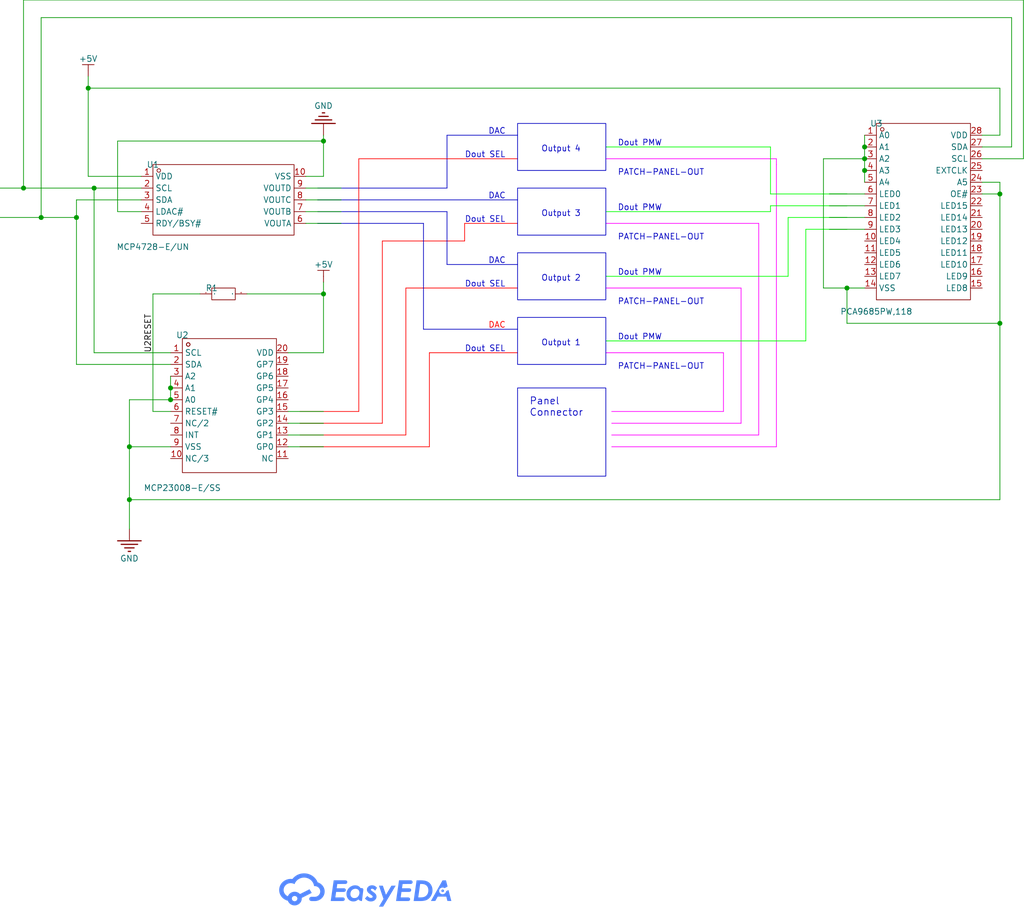
<source format=kicad_sch>
(kicad_sch (version 20250114) (generator "eeschema") (generator_version "9.0")
  (paper "User" 221.132 195.961)
  (lib_symbols
    (symbol "ProPrj_Pra-easyedapro:Drawing-Symbol_A4")
    (symbol "ProPrj_Pra-easyedapro:FRC0603J103TS"
      (property "Reference" "R" (at 0 0 0))
      (symbol "FRC0603J103TS_1_0"
        (pin unspecified line (at -5.08 0 0) (length 2.54) (name "1") (number "1"))
        (pin unspecified line (at 5.08 0 180) (length 2.54) (name "2") (number "2"))
      )
    )
    (symbol "ProPrj_Pra-easyedapro:Ground-GND" (power) (pin_numbers (hide yes)) (pin_names (hide yes))
      (property "Value" "GND" (at 0 -6.35 0))
      (symbol "Ground-GND_1_0"
        (pin power_in line (at 0 0 270) (length 2.54) (name "GND") (number "1"))
      )
    )
    (symbol "ProPrj_Pra-easyedapro:MCP23008-E/SS"
      (property "Reference" "U" (at 0 0 0))
      (symbol "MCP23008-E/SS_1_0"
        (pin unspecified line (at -12.7 11.43 0) (length 2.54) (name "SCL") (number "1"))
        (pin unspecified line (at -12.7 8.89 0) (length 2.54) (name "SDA") (number "2"))
        (pin unspecified line (at -12.7 6.35 0) (length 2.54) (name "A2") (number "3"))
        (pin unspecified line (at -12.7 3.81 0) (length 2.54) (name "A1") (number "4"))
        (pin unspecified line (at -12.7 1.27 0) (length 2.54) (name "A0") (number "5"))
        (pin unspecified line (at -12.7 -1.27 0) (length 2.54) (name "RESET#") (number "6"))
        (pin unspecified line (at -12.7 -3.81 0) (length 2.54) (name "NC/2") (number "7"))
        (pin unspecified line (at -12.7 -6.35 0) (length 2.54) (name "INT") (number "8"))
        (pin unspecified line (at -12.7 -8.89 0) (length 2.54) (name "VSS") (number "9"))
        (pin unspecified line (at -12.7 -11.43 0) (length 2.54) (name "NC/3") (number "10"))
        (pin unspecified line (at 12.7 11.43 180) (length 2.54) (name "VDD") (number "20"))
        (pin unspecified line (at 12.7 8.89 180) (length 2.54) (name "GP7") (number "19"))
        (pin unspecified line (at 12.7 6.35 180) (length 2.54) (name "GP6") (number "18"))
        (pin unspecified line (at 12.7 3.81 180) (length 2.54) (name "GP5") (number "17"))
        (pin unspecified line (at 12.7 1.27 180) (length 2.54) (name "GP4") (number "16"))
        (pin unspecified line (at 12.7 -1.27 180) (length 2.54) (name "GP3") (number "15"))
        (pin unspecified line (at 12.7 -3.81 180) (length 2.54) (name "GP2") (number "14"))
        (pin unspecified line (at 12.7 -6.35 180) (length 2.54) (name "GP1") (number "13"))
        (pin unspecified line (at 12.7 -8.89 180) (length 2.54) (name "GP0") (number "12"))
        (pin unspecified line (at 12.7 -11.43 180) (length 2.54) (name "NC") (number "11"))
      )
    )
    (symbol "ProPrj_Pra-easyedapro:MCP4728-E/UN"
      (property "Reference" "U" (at 0 0 0))
      (symbol "MCP4728-E/UN_1_0"
        (pin input line (at -17.78 5.08 0) (length 2.54) (name "VDD") (number "1"))
        (pin input line (at -17.78 2.54 0) (length 2.54) (name "SCL") (number "2"))
        (pin input line (at -17.78 0 0) (length 2.54) (name "SDA") (number "3"))
        (pin input line (at -17.78 -2.54 0) (length 2.54) (name "LDAC#") (number "4"))
        (pin input line (at -17.78 -5.08 0) (length 2.54) (name "RDY/BSY#") (number "5"))
        (pin input line (at 17.78 5.08 180) (length 2.54) (name "VSS") (number "10"))
        (pin input line (at 17.78 2.54 180) (length 2.54) (name "VOUTD") (number "9"))
        (pin input line (at 17.78 0 180) (length 2.54) (name "VOUTC") (number "8"))
        (pin input line (at 17.78 -2.54 180) (length 2.54) (name "VOUTB") (number "7"))
        (pin input line (at 17.78 -5.08 180) (length 2.54) (name "VOUTA") (number "6"))
      )
    )
    (symbol "ProPrj_Pra-easyedapro:PCA9685PW,118"
      (property "Reference" "U" (at 0 0 0))
      (symbol "PCA9685PW,118_1_0"
        (pin input line (at -12.7 16.51 0) (length 2.54) (name "A0") (number "1"))
        (pin input line (at -12.7 13.97 0) (length 2.54) (name "A1") (number "2"))
        (pin input line (at -12.7 11.43 0) (length 2.54) (name "A2") (number "3"))
        (pin input line (at -12.7 8.89 0) (length 2.54) (name "A3") (number "4"))
        (pin input line (at -12.7 6.35 0) (length 2.54) (name "A4") (number "5"))
        (pin input line (at -12.7 3.81 0) (length 2.54) (name "LED0") (number "6"))
        (pin input line (at -12.7 1.27 0) (length 2.54) (name "LED1") (number "7"))
        (pin input line (at -12.7 -1.27 0) (length 2.54) (name "LED2") (number "8"))
        (pin input line (at -12.7 -3.81 0) (length 2.54) (name "LED3") (number "9"))
        (pin input line (at -12.7 -6.35 0) (length 2.54) (name "LED4") (number "10"))
        (pin input line (at -12.7 -8.89 0) (length 2.54) (name "LED5") (number "11"))
        (pin input line (at -12.7 -11.43 0) (length 2.54) (name "LED6") (number "12"))
        (pin input line (at -12.7 -13.97 0) (length 2.54) (name "LED7") (number "13"))
        (pin input line (at -12.7 -16.51 0) (length 2.54) (name "VSS") (number "14"))
        (pin input line (at 12.7 16.51 180) (length 2.54) (name "VDD") (number "28"))
        (pin input line (at 12.7 13.97 180) (length 2.54) (name "SDA") (number "27"))
        (pin input line (at 12.7 11.43 180) (length 2.54) (name "SCL") (number "26"))
        (pin input line (at 12.7 8.89 180) (length 2.54) (name "EXTCLK") (number "25"))
        (pin input line (at 12.7 6.35 180) (length 2.54) (name "A5") (number "24"))
        (pin input line (at 12.7 3.81 180) (length 2.54) (name "OE#") (number "23"))
        (pin input line (at 12.7 1.27 180) (length 2.54) (name "LED15") (number "22"))
        (pin input line (at 12.7 -1.27 180) (length 2.54) (name "LED14") (number "21"))
        (pin input line (at 12.7 -3.81 180) (length 2.54) (name "LED13") (number "20"))
        (pin input line (at 12.7 -6.35 180) (length 2.54) (name "LED12") (number "19"))
        (pin input line (at 12.7 -8.89 180) (length 2.54) (name "LED11") (number "18"))
        (pin input line (at 12.7 -11.43 180) (length 2.54) (name "LED10") (number "17"))
        (pin input line (at 12.7 -13.97 180) (length 2.54) (name "LED9") (number "16"))
        (pin input line (at 12.7 -16.51 180) (length 2.54) (name "LED8") (number "15"))
      )
    )
    (symbol "ProPrj_Pra-easyedapro:Power-5V" (power) (pin_numbers (hide yes)) (pin_names (hide yes))
      (symbol "Power-5V_1_0"
        (pin power_in line (at 0 0 90) (length 1.27) (name "+5V") (number "1"))
      )
    )
  )
  (rectangle (start 111.76 68.58) (end 130.81 78.74))
  (rectangle (start 111.76 83.82) (end 130.81 102.87))
  (rectangle (start 111.76 26.67) (end 130.81 36.83))
  (rectangle (start 111.76 40.64) (end 130.81 50.8))
  (rectangle (start 111.76 54.61) (end 130.81 64.77))
  (text "Dout PMW" (at 133.35 59.69 0) (effects (font (size 1.27 1.27)) (justify left bottom)))
  (text "PATCH-PANEL-OUT" (at 133.35 80.01 0) (effects (font (size 1.27 1.27)) (justify left bottom)))
  (text "Dout PMW" (at 133.35 45.72 0) (effects (font (size 1.27 1.27)) (justify left bottom)))
  (text "Output 4" (at 116.84 33.02 0) (effects (font (size 1.27 1.27)) (justify left bottom)))
  (text "Output 2" (at 116.84 60.96 0) (effects (font (size 1.27 1.27)) (justify left bottom)))
  (text "Dout SEL" (at 100.33 34.29 0) (effects (font (size 1.27 1.27)) (justify left bottom)))
  (text "DAC" (at 105.41 43.18 0) (effects (font (size 1.27 1.27)) (justify left bottom)))
  (text "Dout SEL" (at 100.33 62.23 0) (effects (font (size 1.27 1.27)) (justify left bottom)))
  (text "DAC" (at 105.41 57.15 0) (effects (font (size 1.27 1.27)) (justify left bottom)))
  (text "Dout PMW" (at 133.35 73.66 0) (effects (font (size 1.27 1.27)) (justify left bottom)))
  (text "Panel \nConnector" (at 114.3 90.17 0) (effects (font (size 1.524 1.524)) (justify left bottom)))
  (text "DAC" (at 105.41 29.21 0) (effects (font (size 1.27 1.27)) (justify left bottom)))
  (text "PATCH-PANEL-OUT" (at 133.35 52.07 0) (effects (font (size 1.27 1.27)) (justify left bottom)))
  (text "Output 3" (at 116.84 46.99 0) (effects (font (size 1.27 1.27)) (justify left bottom)))
  (text "Output 1" (at 116.84 74.93 0) (effects (font (size 1.27 1.27)) (justify left bottom)))
  (text "PATCH-PANEL-OUT" (at 133.35 66.04 0) (effects (font (size 1.27 1.27)) (justify left bottom)))
  (text "Dout PMW" (at 133.35 31.75 0) (effects (font (size 1.27 1.27)) (justify left bottom)))
  (text "Dout SEL" (at 100.33 76.2 0) (effects (font (size 1.27 1.27)) (justify left bottom)))
  (text "PATCH-PANEL-OUT" (at 133.35 38.1 0) (effects (font (size 1.27 1.27)) (justify left bottom)))
  (text "Dout SEL" (at 100.33 48.26 0) (effects (font (size 1.27 1.27)) (justify left bottom)))
  (text "DAC" (at 105.41 71.12 0) (effects (font (size 1.27 1.27)) (justify left bottom)))
  (junction (at 215.9 69.85))
  (junction (at 186.69 31.75))
  (junction (at 186.69 36.83))
  (junction (at 182.88 62.23))
  (junction (at 69.85 63.5))
  (junction (at 36.83 86.36))
  (junction (at 36.83 83.82))
  (junction (at 5.08 40.64))
  (junction (at 27.94 96.52))
  (junction (at 16.51 46.99))
  (junction (at 69.85 30.48))
  (junction (at 20.32 40.64))
  (junction (at 19.05 19.05))
  (junction (at 8.89 46.99))
  (junction (at 27.94 107.95))
  (junction (at 215.9 41.91))
  (junction (at 186.69 34.29))
  (wire (pts (xy 215.9 41.91) (xy 212.09 41.91)))
  (wire (pts (xy 5.08 40.64) (xy 0 40.64)))
  (wire (pts (xy 215.9 69.85) (xy 182.88 69.85)))
  (wire (pts (xy 27.94 114.3) (xy 27.94 107.95)))
  (wire (pts (xy 30.48 40.64) (xy 20.32 40.64)))
  (polyline (pts (xy 132.08 96.52) (xy 167.64 96.52)) (stroke (width 0) (color 255 0 255 1)))
  (wire (pts (xy 66.04 43.18) (xy 73.66 43.18)))
  (polyline (pts (xy 160.02 91.44) (xy 160.02 62.23)) (stroke (width 0) (color 255 0 255 1)))
  (wire (pts (xy 186.69 34.29) (xy 186.69 31.75)))
  (wire (pts (xy 62.23 91.44) (xy 69.85 91.44)))
  (polyline (pts (xy 167.64 96.52) (xy 167.64 35.56)) (stroke (width 0) (color 255 0 255 1)))
  (wire (pts (xy 33.02 88.9) (xy 36.83 88.9)))
  (wire (pts (xy 27.94 86.36) (xy 36.83 86.36)))
  (polyline (pts (xy 92.71 96.52) (xy 92.71 76.2)) (stroke (width 0) (color 255 0 0 1)))
  (polyline (pts (xy 68.58 40.64) (xy 96.52 40.64)))
  (wire (pts (xy 212.09 31.75) (xy 218.44 31.75)))
  (wire (pts (xy 8.89 46.99) (xy 16.51 46.99)))
  (wire (pts (xy 27.94 96.52) (xy 27.94 107.95)))
  (polyline (pts (xy 166.37 45.72) (xy 130.81 45.72)) (stroke (width 0) (color 0 255 0 1)))
  (polyline (pts (xy 77.47 34.29) (xy 111.76 34.29)) (stroke (width 0) (color 255 0 0 1)))
  (wire (pts (xy 186.69 31.75) (xy 186.69 29.21)))
  (wire (pts (xy 25.4 45.72) (xy 30.48 45.72)))
  (wire (pts (xy 69.85 38.1) (xy 66.04 38.1)))
  (polyline (pts (xy 77.47 88.9) (xy 77.47 34.29)) (stroke (width 0) (color 255 0 0 1)))
  (polyline (pts (xy 96.52 29.21) (xy 111.76 29.21)))
  (wire (pts (xy 16.51 43.18) (xy 16.51 46.99)))
  (polyline (pts (xy 156.21 88.9) (xy 156.21 76.2)) (stroke (width 0) (color 255 0 255 1)))
  (wire (pts (xy 16.51 78.74) (xy 16.51 46.99)))
  (wire (pts (xy 212.09 34.29) (xy 220.98 34.29)))
  (wire (pts (xy 36.83 81.28) (xy 36.83 83.82)))
  (wire (pts (xy 36.83 78.74) (xy 16.51 78.74)))
  (wire (pts (xy 62.23 93.98) (xy 69.85 93.98)))
  (polyline (pts (xy 91.44 71.12) (xy 111.76 71.12)))
  (wire (pts (xy 27.94 86.36) (xy 27.94 96.52)))
  (wire (pts (xy 20.32 40.64) (xy 20.32 76.2)))
  (polyline (pts (xy 132.08 93.98) (xy 163.83 93.98)) (stroke (width 0) (color 255 0 255 1)))
  (polyline (pts (xy 100.33 48.26) (xy 111.76 48.26)) (stroke (width 0) (color 255 0 0 1)))
  (polyline (pts (xy 96.52 57.15) (xy 111.76 57.15)))
  (polyline (pts (xy 166.37 44.45) (xy 166.37 45.72)) (stroke (width 0) (color 0 255 0 1)))
  (wire (pts (xy 215.9 41.91) (xy 215.9 39.37)))
  (wire (pts (xy 36.83 83.82) (xy 36.83 86.36)))
  (polyline (pts (xy 64.77 88.9) (xy 77.47 88.9)) (stroke (width 0) (color 255 0 0 1)))
  (polyline (pts (xy 182.88 41.91) (xy 166.37 41.91)) (stroke (width 0) (color 0 255 0 1)))
  (polyline (pts (xy 166.37 31.75) (xy 130.81 31.75)) (stroke (width 0) (color 0 255 0 1)))
  (wire (pts (xy 19.05 38.1) (xy 19.05 19.05)))
  (wire (pts (xy 212.09 39.37) (xy 215.9 39.37)))
  (wire (pts (xy 19.05 16.51) (xy 19.05 19.05)))
  (polyline (pts (xy 68.58 43.18) (xy 111.76 43.18)))
  (wire (pts (xy 186.69 49.53) (xy 179.07 49.53)))
  (wire (pts (xy 186.69 46.99) (xy 179.07 46.99)))
  (wire (pts (xy 69.85 76.2) (xy 69.85 63.5)))
  (polyline (pts (xy 92.71 76.2) (xy 111.76 76.2)) (stroke (width 0) (color 255 0 0 1)))
  (wire (pts (xy 5.08 0) (xy 5.08 40.64)))
  (polyline (pts (xy 64.77 93.98) (xy 87.63 93.98)) (stroke (width 0) (color 255 0 0 1)))
  (polyline (pts (xy 170.18 46.99) (xy 170.18 59.69)) (stroke (width 0) (color 0 255 0 1)))
  (wire (pts (xy 218.44 3.81) (xy 8.89 3.81)))
  (wire (pts (xy 5.08 40.64) (xy 20.32 40.64)))
  (wire (pts (xy 186.69 36.83) (xy 186.69 39.37)))
  (wire (pts (xy 186.69 34.29) (xy 177.8 34.29)))
  (polyline (pts (xy 82.55 91.44) (xy 82.55 52.07)) (stroke (width 0) (color 255 0 0 1)))
  (wire (pts (xy 69.85 76.2) (xy 62.23 76.2)))
  (wire (pts (xy 62.23 96.52) (xy 69.85 96.52)))
  (wire (pts (xy 66.04 40.64) (xy 73.66 40.64)))
  (wire (pts (xy 69.85 60.96) (xy 69.85 63.5)))
  (polyline (pts (xy 166.37 41.91) (xy 166.37 31.75)) (stroke (width 0) (color 0 255 0 1)))
  (polyline (pts (xy 163.83 48.26) (xy 130.81 48.26)) (stroke (width 0) (color 255 0 255 1)))
  (polyline (pts (xy 100.33 52.07) (xy 100.33 48.26)) (stroke (width 0) (color 255 0 0 1)))
  (polyline (pts (xy 87.63 93.98) (xy 87.63 62.23)) (stroke (width 0) (color 255 0 0 1)))
  (polyline (pts (xy 173.99 49.53) (xy 173.99 73.66)) (stroke (width 0) (color 0 255 0 1)))
  (polyline (pts (xy 173.99 73.66) (xy 130.81 73.66)) (stroke (width 0) (color 0 255 0 1)))
  (wire (pts (xy 177.8 34.29) (xy 177.8 62.23)))
  (wire (pts (xy 66.04 45.72) (xy 73.66 45.72)))
  (polyline (pts (xy 87.63 62.23) (xy 111.76 62.23)) (stroke (width 0) (color 255 0 0 1)))
  (wire (pts (xy 182.88 62.23) (xy 186.69 62.23)))
  (wire (pts (xy 27.94 107.95) (xy 215.9 107.95)))
  (wire (pts (xy 215.9 19.05) (xy 215.9 29.21)))
  (wire (pts (xy 69.85 30.48) (xy 25.4 30.48)))
  (wire (pts (xy 182.88 69.85) (xy 182.88 62.23)))
  (wire (pts (xy 69.85 29.21) (xy 69.85 30.48)))
  (polyline (pts (xy 160.02 62.23) (xy 130.81 62.23)) (stroke (width 0) (color 255 0 255 1)))
  (polyline (pts (xy 68.58 48.26) (xy 91.44 48.26)))
  (wire (pts (xy 30.48 38.1) (xy 19.05 38.1)))
  (polyline (pts (xy 132.08 88.9) (xy 156.21 88.9)) (stroke (width 0) (color 255 0 255 1)))
  (wire (pts (xy 177.8 62.23) (xy 182.88 62.23)))
  (polyline (pts (xy 91.44 48.26) (xy 91.44 71.12)))
  (polyline (pts (xy 82.55 52.07) (xy 100.33 52.07)) (stroke (width 0) (color 255 0 0 1)))
  (wire (pts (xy 218.44 31.75) (xy 218.44 3.81)))
  (wire (pts (xy 220.98 34.29) (xy 220.98 0)))
  (polyline (pts (xy 96.52 45.72) (xy 96.52 57.15)))
  (wire (pts (xy 186.69 41.91) (xy 179.07 41.91)))
  (wire (pts (xy 25.4 30.48) (xy 25.4 45.72)))
  (polyline (pts (xy 163.83 93.98) (xy 163.83 48.26)) (stroke (width 0) (color 255 0 255 1)))
  (wire (pts (xy 69.85 38.1) (xy 69.85 30.48)))
  (polyline (pts (xy 182.88 46.99) (xy 170.18 46.99)) (stroke (width 0) (color 0 255 0 1)))
  (wire (pts (xy 215.9 29.21) (xy 212.09 29.21)))
  (wire (pts (xy 33.02 63.5) (xy 33.02 88.9)))
  (wire (pts (xy 220.98 0) (xy 5.08 0)))
  (wire (pts (xy 19.05 19.05) (xy 215.9 19.05)))
  (wire (pts (xy 27.94 96.52) (xy 36.83 96.52)))
  (wire (pts (xy 215.9 107.95) (xy 215.9 69.85)))
  (wire (pts (xy 8.89 46.99) (xy 0 46.99)))
  (polyline (pts (xy 167.64 35.56) (xy 167.64 34.29)) (stroke (width 0) (color 255 0 255 1)))
  (polyline (pts (xy 68.58 45.72) (xy 96.52 45.72)))
  (wire (pts (xy 62.23 88.9) (xy 69.85 88.9)))
  (polyline (pts (xy 96.52 40.64) (xy 96.52 29.21)))
  (polyline (pts (xy 170.18 59.69) (xy 130.81 59.69)) (stroke (width 0) (color 0 255 0 1)))
  (polyline (pts (xy 64.77 91.44) (xy 82.55 91.44)) (stroke (width 0) (color 255 0 0 1)))
  (wire (pts (xy 186.69 36.83) (xy 186.69 34.29)))
  (wire (pts (xy 53.34 63.5) (xy 69.85 63.5)))
  (polyline (pts (xy 182.88 44.45) (xy 166.37 44.45)) (stroke (width 0) (color 0 255 0 1)))
  (wire (pts (xy 36.83 76.2) (xy 20.32 76.2)))
  (wire (pts (xy 8.89 3.81) (xy 8.89 46.99)))
  (wire (pts (xy 66.04 48.26) (xy 73.66 48.26)))
  (polyline (pts (xy 167.64 34.29) (xy 130.81 34.29)) (stroke (width 0) (color 255 0 255 1)))
  (polyline (pts (xy 156.21 76.2) (xy 130.81 76.2)) (stroke (width 0) (color 255 0 255 1)))
  (polyline (pts (xy 182.88 49.53) (xy 173.99 49.53)) (stroke (width 0) (color 0 255 0 1)))
  (wire (pts (xy 30.48 43.18) (xy 16.51 43.18)))
  (polyline (pts (xy 132.08 91.44) (xy 160.02 91.44)) (stroke (width 0) (color 255 0 255 1)))
  (polyline (pts (xy 64.77 96.52) (xy 92.71 96.52)) (stroke (width 0) (color 255 0 0 1)))
  (wire (pts (xy 43.18 63.5) (xy 33.02 63.5)))
  (wire (pts (xy 186.69 44.45) (xy 179.07 44.45)))
  (wire (pts (xy 215.9 41.91) (xy 215.9 69.85)))
  (label "U2RESET" (at 33.02 76.2 90))
  (symbol (lib_id "ProPrj_Pra-easyedapro:Power-5V") (at 19.05 16.51 0) (unit 1)
    (property "Reference" "#PWR?" (effects (hide yes)))
    (property "Value" "+5V" (at 19.05 12.7 0))
    (property "Footprint" "ProPrj_Pra-easyedapro:" (effects (hide yes)))
    (property "Description" "Power-5V" (effects (hide yes)))
  )
  (symbol (lib_id "ProPrj_Pra-easyedapro:Drawing-Symbol_A4") (at -64.77 199.39 0) (unit 1)
    (property "Reference" "?" (at -64.77 199.39 0))
    (property "Footprint" "ProPrj_Pra-easyedapro:" (effects (hide yes)))
    (property "@Board Name" "4 Analog Outputs" (at -64.77 199.39 0))
    (property "@Create Date" "2025-08-13" (at -64.77 199.39 0))
    (property "@Create Time" "17:00:31" (at -64.77 199.39 0))
    (property "@Page Count" "1" (at -64.77 199.39 0))
    (property "@Page Name" "P1" (at -64.77 199.39 0))
    (property "@Page No" "1" (at -64.77 199.39 0))
    (property "@Project Name" "Practice 4 layer" (at -64.77 199.39 0))
    (property "@Schematic Name" "4 Analog Outputs" (at -64.77 199.39 0))
    (property "@Update Date" "2025-08-21" (at -64.77 199.39 0))
    (property "@Update Time" "15:48:48" (at -64.77 199.39 0))
    (property "Blade Width" "10" (at -64.77 199.39 0))
    (property "Border" "1" (at -64.77 199.39 0))
    (property "Company" "EasyEDA.com" (at -64.77 199.39 0))
    (property "Height" "825" (at -64.77 199.39 0))
    (property "Page Size" "A4" (at -64.77 199.39 0))
    (property "Region Start" "1" (at -64.77 199.39 0))
    (property "Title Block" "1" (at -64.77 199.39 0))
    (property "Title Block Position" "3" (at -64.77 199.39 0))
    (property "Version" "V1.0" (at -64.77 199.39 0))
    (property "Width" "1170" (at -64.77 199.39 0))
    (property "X Region Count" "6" (at -64.77 199.39 0))
    (property "Y Region Count" "4" (at -64.77 199.39 0))
  )
  (symbol (lib_id "ProPrj_Pra-easyedapro:MCP4728-E/UN") (at 48.26 43.18 0) (unit 1)
    (property "Reference" "U1" (at 33.02 35.56 0))
    (property "Value" "MCP4728-E/UN" (at 33.02 53.34 0))
    (property "Footprint" "ProPrj_Pra-easyedapro:MSOP-10_L3.0-W3.0-P0.50-LS5.0-TL" (effects (hide yes)))
    (property "Datasheet" "https://atta.szlcsc.com/upload/public/pdf/source/20180207/C108207_15179947749381359004.pdf" (effects (hide yes)))
    (property "Description" "Resolution(Bits):12Bit Number of Channels:4 Interface:I2C Voltage - Supply:2.7V~5.5V Voltage - Supply:2.7V~5.5V Settling Time:6us Output Type:- INL/DNL(LSB):2LSB INL/DNL(LSB):2LSB Operating Temperature:-40°C~+125°C Operating Temperature:-40°C~+125°C" (effects (hide yes)))
    (property "Manufacturer Part" "MCP4728-E/UN" (effects (hide yes)))
    (property "Manufacturer" "MICROCHIP(美国微芯)" (effects (hide yes)))
    (property "Supplier Part" "C108207" (effects (hide yes)))
    (property "Supplier" "LCSC" (effects (hide yes)))
    (property "LCSC Part Name" "F" (effects (hide yes)))
  )
  (symbol (lib_id "ProPrj_Pra-easyedapro:MCP23008-E/SS") (at 49.53 87.63 0) (unit 1)
    (property "Reference" "U2" (at 39.37 72.39 0))
    (property "Value" "MCP23008-E/SS" (at 39.37 105.41 0))
    (property "Footprint" "ProPrj_Pra-easyedapro:SSOP-20_L7.2-W5.3-P0.65-LS7.8-BL" (effects (hide yes)))
    (property "Datasheet" "https://atta.szlcsc.com/upload/public/pdf/source/20171228/C152205_15144475388971215001.pdf" (effects (hide yes)))
    (property "Description" "Interface:I2C Number of I/O:8 Interrupt Output:With Interrupt Output Output Type: Supply Voltage:- Supply Voltage:- Output Source current:- Output Sink Current:- Clock Frequency:1.7MHz Operating Temperature:- Operating Temperature:-" (effects (hide yes)))
    (property "Manufacturer Part" "MCP23008-E/SS" (effects (hide yes)))
    (property "Manufacturer" "MICROCHIP(美国微芯)" (effects (hide yes)))
    (property "Supplier Part" "C148011" (effects (hide yes)))
    (property "Supplier" "LCSC" (effects (hide yes)))
    (property "LCSC Part Name" "8位I/O扩展器带串行接口" (effects (hide yes)))
  )
  (symbol (lib_id "ProPrj_Pra-easyedapro:Ground-GND") (at 27.94 114.3 0) (unit 1)
    (property "Reference" "#PWR?" (effects (hide yes)))
    (property "Value" "GND" (at 27.94 120.65 0))
    (property "Footprint" "ProPrj_Pra-easyedapro:" (effects (hide yes)))
  )
  (symbol (lib_id "ProPrj_Pra-easyedapro:Ground-GND") (at 69.85 29.21 0) (mirror x) (unit 1)
    (property "Reference" "#PWR?" (effects (hide yes)))
    (property "Value" "GND" (at 69.85 22.86 0))
    (property "Footprint" "ProPrj_Pra-easyedapro:" (effects (hide yes)))
  )
  (symbol (lib_id "ProPrj_Pra-easyedapro:FRC0603J103TS") (at 48.26 63.5 0) (unit 1)
    (property "Reference" "R1" (at 45.72 62.23 0))
    (property "Value" "10kΩ" (effects (hide yes)))
    (property "Footprint" "ProPrj_Pra-easyedapro:R0603" (effects (hide yes)))
    (property "Datasheet" "https://atta.szlcsc.com/upload/public/pdf/source/20211221/925EC7D7225764EE0046F22065062C87.pdf" (effects (hide yes)))
    (property "Description" "Type:Thick Film Resistors Resistance:10kΩ Tolerance:±5% Tolerance:±5% Power(Watts):0.1W Voltage-Supply(Max):75V Temperature Coefficient:±100ppm/°C Temperature Coefficient:±100ppm/°C Operating Temperature:-55°C~+155°C Operating Temperature:-55°C~+155°C" (effects (hide yes)))
    (property "Manufacturer Part" "FRC0603J103 TS" (effects (hide yes)))
    (property "Manufacturer" "FOJAN(富捷)" (effects (hide yes)))
    (property "Supplier Part" "C2930027" (effects (hide yes)))
    (property "Supplier" "LCSC" (effects (hide yes)))
    (property "LCSC Part Name" "10kΩ ±5% 100mW 厚膜电阻" (effects (hide yes)))
  )
  (symbol (lib_id "ProPrj_Pra-easyedapro:Power-5V") (at 69.85 60.96 0) (unit 1)
    (property "Reference" "#PWR?" (effects (hide yes)))
    (property "Value" "+5V" (at 69.85 57.15 0))
    (property "Footprint" "ProPrj_Pra-easyedapro:" (effects (hide yes)))
    (property "Description" "Power-5V" (effects (hide yes)))
  )
  (symbol (lib_id "ProPrj_Pra-easyedapro:PCA9685PW,118") (at 199.39 45.72 0) (unit 1)
    (property "Reference" "U3" (at 189.23 26.67 0))
    (property "Value" "PCA9685PW,118" (at 189.23 67.31 0))
    (property "Footprint" "ProPrj_Pra-easyedapro:TSSOP-28_L9.7-W4.4-P0.65-LS6.4-TL" (effects (hide yes)))
    (property "Datasheet" "https://www.nxp.com.cn/docs/en/data-sheet/PCA9685.pdf" (effects (hide yes)))
    (property "Description" "Type:- Voltage - Input(DC):2.3V~5.5V Voltage - Input(DC):2.3V~5.5V Frequency - Switching:100kHz~1MHz Frequency - Switching:100kHz~1MHz Number of Channels:16 Output Voltage:- Output Voltage:- Output Current:25mA Dimming:PWM Operating temperature:-40°C~+85°C" (effects (hide yes)))
    (property "Manufacturer Part" "PCA9685PW,118" (effects (hide yes)))
    (property "Manufacturer" "NXP(恩智浦)" (effects (hide yes)))
    (property "Supplier Part" "C2678753" (effects (hide yes)))
    (property "Supplier" "LCSC" (effects (hide yes)))
    (property "LCSC Part Name" "PCA9685PW,118" (effects (hide yes)))
  )
)
</source>
